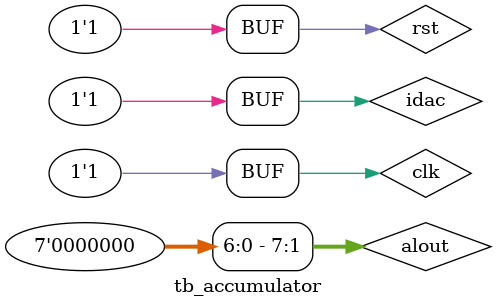
<source format=v>
`timescale 1ns / 1ps


module tb_accumulator;

	// Inputs
	reg [7:0] alout;
	reg clk;
	reg idac;
	reg rst;

	// Outputs
	wire [7:0] acout;

	// Instantiate the Unit Under Test (UUT)
	accumulator uut (
		.alout(alout), 
		.clk(clk), 
		.idac(idac), 
		.rst(rst), 
		.acout(acout)
	);

	initial begin
		// Initialize Inputs
		alout = 0;
		clk = 0;
		idac = 0;
		rst = 0;

		// Wait 100 ns for global reset to finish
		
		#100; alout = $random; clk = 0; idac = 1; rst = 1;
		#100; alout = $random; clk = 1; idac = 0; rst = 1;
		#100; alout = $random; clk = 1; idac = 1; rst = 0;
		#100; alout = $random; clk = 1; idac = 1; rst = 1;
		#100; alout = $random; clk = 1; idac = 1; rst = 1;
		#100; alout = $random; clk = 1; idac = 1; rst = 1;
		#100; alout = $random; clk = 1; idac = 1; rst = 1;
		#100; alout = $random; clk = 1; idac = 1; rst = 1;
		#100; alout = $random; clk = 1; idac = 1; rst = 1;
		#100; alout = $random; clk = 1; idac = 1; rst = 1;
		#100; alout = $random; clk = 1; idac = 1; rst = 1;
		
        
		// Add stimulus here

	end
      
endmodule


</source>
